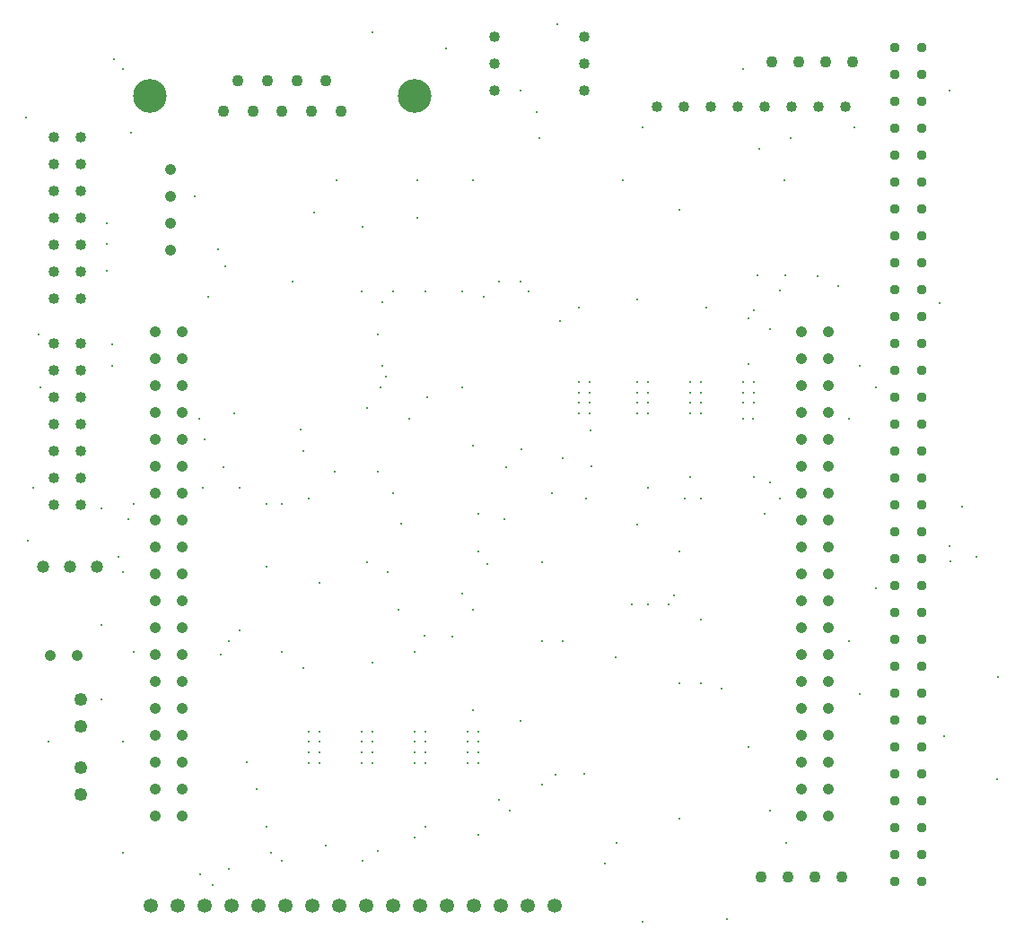
<source format=gbr>
%TF.GenerationSoftware,Altium Limited,Altium Designer,23.1.1 (15)*%
G04 Layer_Color=0*
%FSLAX45Y45*%
%MOMM*%
%TF.SameCoordinates,94CA0F20-7CEF-4758-9589-D945348769B5*%
%TF.FilePolarity,Positive*%
%TF.FileFunction,Plated,1,4,PTH,Drill*%
%TF.Part,Single*%
G01*
G75*
%TA.AperFunction,ComponentDrill*%
%ADD142C,1.05000*%
%ADD143C,1.09000*%
%ADD144C,3.18000*%
%ADD145C,1.02000*%
%ADD146C,1.35000*%
%ADD147C,1.10000*%
%ADD148C,1.05000*%
%ADD149C,1.19000*%
%ADD150C,0.95000*%
%ADD151C,1.25000*%
%ADD152C,1.04000*%
%ADD153C,1.02000*%
%TA.AperFunction,ViaDrill,NotFilled*%
%ADD154C,0.30000*%
D142*
X-8100000Y7354000D02*
D03*
Y7100000D02*
D03*
Y6846000D02*
D03*
Y6592000D02*
D03*
D143*
X-7465500Y8192000D02*
D03*
X-7188500D02*
D03*
X-6911500D02*
D03*
X-6634500D02*
D03*
X-7327000Y7908000D02*
D03*
X-7050000D02*
D03*
X-6773000D02*
D03*
X-6496000D02*
D03*
X-7604000D02*
D03*
D144*
X-5800000Y8050000D02*
D03*
X-8300000D02*
D03*
D145*
X-8946000Y6138000D02*
D03*
Y6392000D02*
D03*
Y6646000D02*
D03*
Y6900000D02*
D03*
Y7154000D02*
D03*
Y7408000D02*
D03*
Y7662000D02*
D03*
X-9200000Y6138000D02*
D03*
Y6392000D02*
D03*
Y6646000D02*
D03*
Y6900000D02*
D03*
Y7154000D02*
D03*
Y7408000D02*
D03*
Y7662000D02*
D03*
X-8946000Y4184000D02*
D03*
Y4438000D02*
D03*
Y4692000D02*
D03*
Y4946000D02*
D03*
Y5200000D02*
D03*
Y5454000D02*
D03*
Y5708000D02*
D03*
X-9200000Y4184000D02*
D03*
Y4438000D02*
D03*
Y4692000D02*
D03*
Y4946000D02*
D03*
Y5200000D02*
D03*
Y5454000D02*
D03*
Y5708000D02*
D03*
X-4200000Y8604000D02*
D03*
Y8350000D02*
D03*
Y8096000D02*
D03*
X-5042500Y8604000D02*
D03*
Y8350000D02*
D03*
Y8096000D02*
D03*
D146*
X-8290000Y400000D02*
D03*
X-8036000D02*
D03*
X-7782000D02*
D03*
X-7528000D02*
D03*
X-7274000D02*
D03*
X-7020000D02*
D03*
X-6766000D02*
D03*
X-6512000D02*
D03*
X-6258000D02*
D03*
X-6004000D02*
D03*
X-5750000D02*
D03*
X-5496000D02*
D03*
X-5242000D02*
D03*
X-4988000D02*
D03*
X-4734000D02*
D03*
X-4480000D02*
D03*
D147*
X-1669000Y8373000D02*
D03*
X-1923000D02*
D03*
X-2431000D02*
D03*
X-2177000D02*
D03*
X-2023000Y677000D02*
D03*
X-1769000D02*
D03*
X-2277000D02*
D03*
X-2531000D02*
D03*
D148*
X-8982711Y2763476D02*
D03*
X-9236711D02*
D03*
D149*
X-8800000Y3600000D02*
D03*
X-9054000D02*
D03*
X-9308000D02*
D03*
D150*
X-1016000Y8509000D02*
D03*
Y8255000D02*
D03*
Y8001000D02*
D03*
Y7747000D02*
D03*
Y7493000D02*
D03*
Y7239000D02*
D03*
Y6985000D02*
D03*
Y6731000D02*
D03*
Y6477000D02*
D03*
Y6223000D02*
D03*
Y5969000D02*
D03*
Y5715000D02*
D03*
Y5461000D02*
D03*
Y5207000D02*
D03*
Y4953000D02*
D03*
Y4699000D02*
D03*
Y4445000D02*
D03*
Y4191000D02*
D03*
Y3937000D02*
D03*
Y3683000D02*
D03*
Y3429000D02*
D03*
Y3175000D02*
D03*
Y2921000D02*
D03*
Y2667000D02*
D03*
Y2413000D02*
D03*
Y2159000D02*
D03*
Y1905000D02*
D03*
Y1651000D02*
D03*
Y1397000D02*
D03*
Y1143000D02*
D03*
Y889000D02*
D03*
Y635000D02*
D03*
X-1270000Y8509000D02*
D03*
Y8255000D02*
D03*
Y8001000D02*
D03*
Y7747000D02*
D03*
Y7493000D02*
D03*
Y7239000D02*
D03*
Y6985000D02*
D03*
Y6731000D02*
D03*
Y6477000D02*
D03*
Y6223000D02*
D03*
Y5969000D02*
D03*
Y5715000D02*
D03*
Y5461000D02*
D03*
Y5207000D02*
D03*
Y4953000D02*
D03*
Y4699000D02*
D03*
Y4445000D02*
D03*
Y4191000D02*
D03*
Y3937000D02*
D03*
Y3683000D02*
D03*
Y3429000D02*
D03*
Y3175000D02*
D03*
Y2921000D02*
D03*
Y2667000D02*
D03*
Y2413000D02*
D03*
Y2159000D02*
D03*
Y1905000D02*
D03*
Y1651000D02*
D03*
Y1397000D02*
D03*
Y1143000D02*
D03*
Y889000D02*
D03*
Y635000D02*
D03*
D151*
X-8950000Y1704000D02*
D03*
Y1450000D02*
D03*
Y2100000D02*
D03*
Y2354000D02*
D03*
D152*
X-1900000Y1250000D02*
D03*
X-2154000D02*
D03*
X-1900000Y1504000D02*
D03*
X-2154000D02*
D03*
X-1900000Y1758000D02*
D03*
X-2154000D02*
D03*
X-1900000Y2012000D02*
D03*
X-2154000D02*
D03*
X-1900000Y2266000D02*
D03*
X-2154000D02*
D03*
X-1900000Y2520000D02*
D03*
X-2154000D02*
D03*
X-1900000Y2774000D02*
D03*
X-2154000D02*
D03*
X-1900000Y3028000D02*
D03*
X-2154000D02*
D03*
X-1900000Y3282000D02*
D03*
X-2154000D02*
D03*
X-1900000Y3536000D02*
D03*
X-2154000D02*
D03*
X-1900000Y3790000D02*
D03*
X-2154000D02*
D03*
X-1900000Y4044000D02*
D03*
X-2154000D02*
D03*
X-1900000Y4298000D02*
D03*
X-2154000D02*
D03*
X-1900000Y4552000D02*
D03*
X-2154000D02*
D03*
X-1900000Y4806000D02*
D03*
X-2154000D02*
D03*
X-1900000Y5060000D02*
D03*
X-2154000D02*
D03*
X-1900000Y5314000D02*
D03*
X-2154000D02*
D03*
X-1900000Y5568000D02*
D03*
X-2154000D02*
D03*
X-1900000Y5822000D02*
D03*
X-2154000D02*
D03*
X-7996000Y1250000D02*
D03*
X-8250000D02*
D03*
X-7996000Y1504000D02*
D03*
X-8250000D02*
D03*
X-7996000Y1758000D02*
D03*
X-8250000D02*
D03*
X-7996000Y2012000D02*
D03*
X-8250000D02*
D03*
X-7996000Y2266000D02*
D03*
X-8250000D02*
D03*
X-7996000Y2520000D02*
D03*
X-8250000D02*
D03*
X-7996000Y2774000D02*
D03*
X-8250000D02*
D03*
X-7996000Y3028000D02*
D03*
X-8250000D02*
D03*
X-7996000Y3282000D02*
D03*
X-8250000D02*
D03*
X-7996000Y3536000D02*
D03*
X-8250000D02*
D03*
X-7996000Y3790000D02*
D03*
X-8250000D02*
D03*
X-7996000Y4044000D02*
D03*
X-8250000D02*
D03*
X-7996000Y4298000D02*
D03*
X-8250000D02*
D03*
X-7996000Y4552000D02*
D03*
X-8250000D02*
D03*
X-7996000Y4806000D02*
D03*
X-8250000D02*
D03*
X-7996000Y5060000D02*
D03*
X-8250000D02*
D03*
X-7996000Y5314000D02*
D03*
X-8250000D02*
D03*
X-7996000Y5568000D02*
D03*
X-8250000D02*
D03*
X-7996000Y5822000D02*
D03*
X-8250000D02*
D03*
D153*
X-1738000Y7950000D02*
D03*
X-1992000D02*
D03*
X-2246000D02*
D03*
X-2500000D02*
D03*
X-2754000D02*
D03*
X-3008000D02*
D03*
X-3262000D02*
D03*
X-3516000D02*
D03*
D154*
X-7877391Y7102164D02*
D03*
X-7584636Y6443702D02*
D03*
X-3300000Y3750000D02*
D03*
X-3750000Y3250000D02*
D03*
X-3400000D02*
D03*
X-5250000Y3200000D02*
D03*
X-3350830Y3333233D02*
D03*
X-3600000Y3250000D02*
D03*
X-1700000Y2900000D02*
D03*
X-2450000Y1300000D02*
D03*
X-741148Y3656747D02*
D03*
X-500000Y3700000D02*
D03*
X-6000293Y6200000D02*
D03*
X-6000000Y4300000D02*
D03*
X-5929159Y4006949D02*
D03*
X-7450000Y4350000D02*
D03*
X-7200000Y4200000D02*
D03*
X-7823100Y700000D02*
D03*
X-5200000Y3750000D02*
D03*
X-5116666Y3630509D02*
D03*
X-4950000Y4050000D02*
D03*
X-5200000Y4100000D02*
D03*
X-4938119Y4541406D02*
D03*
X-5350000Y3350000D02*
D03*
X-5770174Y6894406D02*
D03*
X-6287506Y6809009D02*
D03*
X-6539823Y7251735D02*
D03*
X-5776195D02*
D03*
X-5250000Y7250000D02*
D03*
X-8550000Y900000D02*
D03*
X-9250000Y1950000D02*
D03*
X-8750000Y3050000D02*
D03*
X-4471080Y1640351D02*
D03*
X-3299769Y6973096D02*
D03*
X-3831000Y7250000D02*
D03*
X-2307000D02*
D03*
X-5676900Y5200000D02*
D03*
X-5701690Y2948310D02*
D03*
X-4622735Y7650000D02*
D03*
X-4727774Y6200000D02*
D03*
X-2250000Y7650000D02*
D03*
X-2550000Y7550000D02*
D03*
X-4425735Y5925734D02*
D03*
X-4650000Y7900000D02*
D03*
X-2563805Y6357659D02*
D03*
X-4800000Y6300000D02*
D03*
X-3700000Y6126900D02*
D03*
X-6750000Y6950000D02*
D03*
X-5350000Y6200000D02*
D03*
X-6950800Y6299600D02*
D03*
X-6300000Y6200000D02*
D03*
X-6100000Y6100000D02*
D03*
X-5150000Y6150000D02*
D03*
X-5700000Y6200000D02*
D03*
X-633596Y4174906D02*
D03*
X-294968Y2558500D02*
D03*
X-300000Y1600000D02*
D03*
X-800000Y2000000D02*
D03*
X-846978Y6094225D02*
D03*
X-1450000Y5300000D02*
D03*
X-8633808Y8400000D02*
D03*
X-9465540Y7846722D02*
D03*
X-4450000Y8726100D02*
D03*
X-9349253Y5800000D02*
D03*
X-9400000Y4350000D02*
D03*
X-9326900Y5300000D02*
D03*
X-2700000Y8300000D02*
D03*
X-8550000D02*
D03*
X-9450000Y3850000D02*
D03*
X-8473100Y7700000D02*
D03*
X-7832436Y5000000D02*
D03*
X-7781636Y4809237D02*
D03*
X-7600000Y4541406D02*
D03*
X-4404925Y4624943D02*
D03*
X-4791919Y4713843D02*
D03*
X-4250000Y5050000D02*
D03*
Y5150000D02*
D03*
Y5250000D02*
D03*
Y5350000D02*
D03*
X-3100000Y5050000D02*
D03*
Y5150000D02*
D03*
X-3200000Y5050000D02*
D03*
Y4450000D02*
D03*
X-4126900Y4550000D02*
D03*
X-2600000Y4450000D02*
D03*
X-4500000Y4300000D02*
D03*
X-3250000Y4250000D02*
D03*
X-3100000Y3100000D02*
D03*
X-6050000Y3550000D02*
D03*
X-7800000Y4350000D02*
D03*
X-8700000Y6650000D02*
D03*
X-8750000Y4150000D02*
D03*
X-8500000Y4050000D02*
D03*
X-8450000Y2800000D02*
D03*
X-750000Y8100000D02*
D03*
Y3800000D02*
D03*
X-1450000Y3400000D02*
D03*
X-4400000Y2900000D02*
D03*
X-3100000Y2500000D02*
D03*
X-3300000D02*
D03*
X-4600000Y3650000D02*
D03*
X-4177700Y4250000D02*
D03*
X-7050000Y4200000D02*
D03*
X-7650000Y6599900D02*
D03*
X-8700000Y6850000D02*
D03*
X-6550000Y4500000D02*
D03*
X-6700000Y3450000D02*
D03*
X-7050000Y2800000D02*
D03*
X-7200000Y1150000D02*
D03*
X-7292742Y1508096D02*
D03*
X-7378141Y1753971D02*
D03*
X-7453815Y3001373D02*
D03*
X-7629574Y2771910D02*
D03*
X-7702674Y600000D02*
D03*
X-7550000Y2900000D02*
D03*
Y750000D02*
D03*
X-6124700Y5300000D02*
D03*
X-6073900Y5400000D02*
D03*
X-5444311Y2946275D02*
D03*
X-5800000Y2800000D02*
D03*
X-2291181Y997000D02*
D03*
X-2500000Y4100000D02*
D03*
X-3700000Y4000000D02*
D03*
X-5948311Y3198310D02*
D03*
X-7056151Y826900D02*
D03*
X-6287138Y827669D02*
D03*
X-6638860Y971936D02*
D03*
X-7150000Y900000D02*
D03*
X-6700000Y1750000D02*
D03*
X-5800000Y1050000D02*
D03*
X-5700000Y1150000D02*
D03*
X-5851710Y5001656D02*
D03*
X-4800000Y2150000D02*
D03*
X-8550000Y3550000D02*
D03*
X-8596800Y3700000D02*
D03*
X-8750000Y2350000D02*
D03*
X-5000000Y6300000D02*
D03*
X-5250000Y4750000D02*
D03*
X-5500000Y8500000D02*
D03*
X-4800000Y8100000D02*
D03*
X-4135968Y4888136D02*
D03*
X-6200000Y8650000D02*
D03*
X-3600000Y5150000D02*
D03*
Y5050000D02*
D03*
X-3700000Y5250000D02*
D03*
Y5150000D02*
D03*
Y5050000D02*
D03*
X-3600000Y5350000D02*
D03*
X-3700000D02*
D03*
X-3600000Y5250000D02*
D03*
X-5350000Y5300000D02*
D03*
X-8700000Y6400000D02*
D03*
X-8649200Y5700000D02*
D03*
Y5500000D02*
D03*
X-8550000Y1950000D02*
D03*
X-4600000Y2900000D02*
D03*
Y1550000D02*
D03*
X-6800000Y1750000D02*
D03*
X-5800000D02*
D03*
X-2700000Y5003800D02*
D03*
X-2606746D02*
D03*
X-2700000Y5150000D02*
D03*
X-2600000D02*
D03*
X-6100000Y5500000D02*
D03*
X-6150000Y4500000D02*
D03*
X-2450000Y4400000D02*
D03*
X-1650000Y7750000D02*
D03*
X-1600000Y5500000D02*
D03*
X-1700000Y5000000D02*
D03*
X-3650000Y7750000D02*
D03*
X-8450000Y4200000D02*
D03*
X-2651625Y5947475D02*
D03*
X-2600000Y6027700D02*
D03*
X-2350000Y6208500D02*
D03*
X-2300000Y6351990D02*
D03*
X-3050000Y6050000D02*
D03*
X-4250000D02*
D03*
X-2000000Y6350000D02*
D03*
X-1800000Y6250000D02*
D03*
X-2350000Y4250000D02*
D03*
X-3100000D02*
D03*
X-2450000Y5850000D02*
D03*
X-3600000Y4350000D02*
D03*
X-2850000Y280000D02*
D03*
X-1600000Y2400000D02*
D03*
X-2900000Y2450000D02*
D03*
X-3900000Y2750000D02*
D03*
X-3897500Y1000000D02*
D03*
X-4000000Y800000D02*
D03*
X-3650000Y250000D02*
D03*
X-4900000Y1300000D02*
D03*
X-5250000Y2250000D02*
D03*
X-5000000Y1400000D02*
D03*
X-6850000Y2650000D02*
D03*
X-6200000Y2700000D02*
D03*
X-6250000Y3650000D02*
D03*
X-6150000Y923100D02*
D03*
X-6873100Y4900000D02*
D03*
X-6850000Y4700000D02*
D03*
X-6250000Y5100000D02*
D03*
X-6800000Y4250000D02*
D03*
X-7750000Y6150000D02*
D03*
X-6150000Y5800000D02*
D03*
X-7500000Y5050000D02*
D03*
X-7200000Y3600000D02*
D03*
X-5200000Y1075000D02*
D03*
X-2647834Y5514003D02*
D03*
X-2600000Y5350000D02*
D03*
Y5250000D02*
D03*
X-2700000D02*
D03*
Y5350000D02*
D03*
X-3200000D02*
D03*
Y5250000D02*
D03*
Y5150000D02*
D03*
X-3100000Y5250000D02*
D03*
Y5350000D02*
D03*
X-4150000Y5050000D02*
D03*
Y5150000D02*
D03*
Y5250000D02*
D03*
Y5350000D02*
D03*
X-6800000Y1850000D02*
D03*
Y1950000D02*
D03*
Y2050000D02*
D03*
X-6700000D02*
D03*
Y1950000D02*
D03*
Y1850000D02*
D03*
X-6200000Y1750000D02*
D03*
Y1850000D02*
D03*
Y1950000D02*
D03*
Y2050000D02*
D03*
X-6300000D02*
D03*
Y1950000D02*
D03*
Y1850000D02*
D03*
Y1750000D02*
D03*
X-5800000Y2050000D02*
D03*
Y1950000D02*
D03*
Y1850000D02*
D03*
X-5700000Y2050000D02*
D03*
Y1950000D02*
D03*
Y1850000D02*
D03*
Y1750000D02*
D03*
X-5300000Y2050000D02*
D03*
X-5200000D02*
D03*
X-5300000Y1950000D02*
D03*
X-5200000D02*
D03*
X-5300000Y1850000D02*
D03*
X-5200000D02*
D03*
X-5300000Y1750000D02*
D03*
X-5200000D02*
D03*
X-4200000Y1650000D02*
D03*
X-3300000Y1225000D02*
D03*
X-2650000Y1900000D02*
D03*
%TF.MD5,10942e1384845c6e46757a63e006b5a4*%
M02*

</source>
